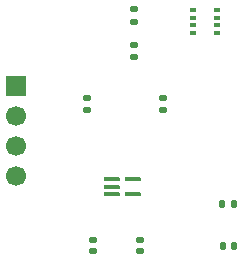
<source format=gbr>
%TF.GenerationSoftware,KiCad,Pcbnew,9.0.7*%
%TF.CreationDate,2026-01-25T21:22:40-08:00*%
%TF.ProjectId,pcb_design_lab,7063625f-6465-4736-9967-6e5f6c61622e,rev?*%
%TF.SameCoordinates,Original*%
%TF.FileFunction,Soldermask,Top*%
%TF.FilePolarity,Negative*%
%FSLAX46Y46*%
G04 Gerber Fmt 4.6, Leading zero omitted, Abs format (unit mm)*
G04 Created by KiCad (PCBNEW 9.0.7) date 2026-01-25 21:22:40*
%MOMM*%
%LPD*%
G01*
G04 APERTURE LIST*
G04 Aperture macros list*
%AMRoundRect*
0 Rectangle with rounded corners*
0 $1 Rounding radius*
0 $2 $3 $4 $5 $6 $7 $8 $9 X,Y pos of 4 corners*
0 Add a 4 corners polygon primitive as box body*
4,1,4,$2,$3,$4,$5,$6,$7,$8,$9,$2,$3,0*
0 Add four circle primitives for the rounded corners*
1,1,$1+$1,$2,$3*
1,1,$1+$1,$4,$5*
1,1,$1+$1,$6,$7*
1,1,$1+$1,$8,$9*
0 Add four rect primitives between the rounded corners*
20,1,$1+$1,$2,$3,$4,$5,0*
20,1,$1+$1,$4,$5,$6,$7,0*
20,1,$1+$1,$6,$7,$8,$9,0*
20,1,$1+$1,$8,$9,$2,$3,0*%
G04 Aperture macros list end*
%ADD10RoundRect,0.140000X0.170000X-0.140000X0.170000X0.140000X-0.170000X0.140000X-0.170000X-0.140000X0*%
%ADD11RoundRect,0.100000X-0.562500X-0.100000X0.562500X-0.100000X0.562500X0.100000X-0.562500X0.100000X0*%
%ADD12R,0.500000X0.350000*%
%ADD13RoundRect,0.135000X0.135000X0.185000X-0.135000X0.185000X-0.135000X-0.185000X0.135000X-0.185000X0*%
%ADD14RoundRect,0.135000X0.185000X-0.135000X0.185000X0.135000X-0.185000X0.135000X-0.185000X-0.135000X0*%
%ADD15RoundRect,0.135000X-0.185000X0.135000X-0.185000X-0.135000X0.185000X-0.135000X0.185000X0.135000X0*%
%ADD16R,1.700000X1.700000*%
%ADD17C,1.700000*%
%ADD18RoundRect,0.147500X-0.147500X-0.172500X0.147500X-0.172500X0.147500X0.172500X-0.147500X0.172500X0*%
%ADD19RoundRect,0.140000X-0.170000X0.140000X-0.170000X-0.140000X0.170000X-0.140000X0.170000X0.140000X0*%
G04 APERTURE END LIST*
D10*
%TO.C,C4*%
X123000000Y-85520000D03*
X123000000Y-86480000D03*
%TD*%
D11*
%TO.C,U1*%
X120612500Y-80350000D03*
X120612500Y-81000000D03*
X120612500Y-81650000D03*
X122387500Y-81650000D03*
X122387500Y-80350000D03*
%TD*%
D12*
%TO.C,U2*%
X127475000Y-67975000D03*
X127475000Y-67325000D03*
X127475000Y-66675000D03*
X127475000Y-66025000D03*
X129525000Y-66025000D03*
X129525000Y-66675000D03*
X129525000Y-67325000D03*
X129525000Y-67975000D03*
%TD*%
D13*
%TO.C,R3*%
X131010000Y-82500000D03*
X129990000Y-82500000D03*
%TD*%
D14*
%TO.C,R2*%
X122500000Y-70010000D03*
X122500000Y-68990000D03*
%TD*%
D15*
%TO.C,R1*%
X122500000Y-65990000D03*
X122500000Y-67010000D03*
%TD*%
D16*
%TO.C,J1*%
X112500000Y-72500000D03*
D17*
X112500000Y-75040000D03*
X112500000Y-77580000D03*
X112500000Y-80120000D03*
%TD*%
D18*
%TO.C,D1*%
X130015000Y-86000000D03*
X130985000Y-86000000D03*
%TD*%
D10*
%TO.C,C3*%
X119000000Y-86480000D03*
X119000000Y-85520000D03*
%TD*%
D19*
%TO.C,C2*%
X125000000Y-73520000D03*
X125000000Y-74480000D03*
%TD*%
%TO.C,C1*%
X118500000Y-73520000D03*
X118500000Y-74480000D03*
%TD*%
M02*

</source>
